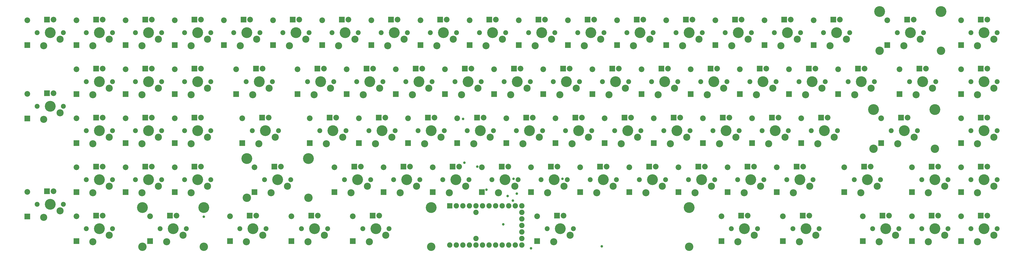
<source format=gbr>
G04 EAGLE Gerber RS-274X export*
G04 #@! %TF.Part,Single*
G04 #@! %TF.FileFunction,Soldermask,Top,1*
G04 #@! %TF.FilePolarity,Positive*
G04 #@! %TF.GenerationSoftware,Autodesk,EAGLE,9.5.1*
G04 #@! %TF.CreationDate,2019-11-07T18:59:26Z*
G75*
%MOMM*%
%FSLAX34Y34*%
%LPD*%
%INSoldermask Top*%
%IPPOS*%
%AMOC8*
5,1,8,0,0,1.08239X$1,22.5*%
G01*
%ADD10C,4.203200*%
%ADD11C,1.903200*%
%ADD12C,2.743200*%
%ADD13C,2.203200*%
%ADD14R,2.203200X2.203200*%
%ADD15C,3.253200*%
%ADD16R,2.082800X2.082800*%
%ADD17C,2.082800*%
%ADD18C,0.990600*%


D10*
X2674200Y1032800D03*
D11*
X2725000Y1032800D03*
X2623400Y1032800D03*
D12*
X2712300Y1007400D03*
X2648800Y982000D03*
D13*
X2686900Y1083600D03*
D14*
X2661500Y1083600D03*
D10*
X959700Y1032800D03*
D11*
X1010500Y1032800D03*
X908900Y1032800D03*
D12*
X997800Y1007400D03*
X934300Y982000D03*
D13*
X972400Y1083600D03*
D14*
X947000Y1083600D03*
D10*
X1150200Y1032800D03*
D11*
X1201000Y1032800D03*
X1099400Y1032800D03*
D12*
X1188300Y1007400D03*
X1124800Y982000D03*
D13*
X1162900Y1083600D03*
D14*
X1137500Y1083600D03*
D10*
X1340700Y1032800D03*
D11*
X1391500Y1032800D03*
X1289900Y1032800D03*
D12*
X1378800Y1007400D03*
X1315300Y982000D03*
D13*
X1353400Y1083600D03*
D14*
X1328000Y1083600D03*
D10*
X1531200Y1032800D03*
D11*
X1582000Y1032800D03*
X1480400Y1032800D03*
D12*
X1569300Y1007400D03*
X1505800Y982000D03*
D13*
X1543900Y1083600D03*
D14*
X1518500Y1083600D03*
D10*
X1721700Y1032800D03*
D11*
X1772500Y1032800D03*
X1670900Y1032800D03*
D12*
X1759800Y1007400D03*
X1696300Y982000D03*
D13*
X1734400Y1083600D03*
D14*
X1709000Y1083600D03*
D10*
X1912200Y1032800D03*
D11*
X1963000Y1032800D03*
X1861400Y1032800D03*
D12*
X1950300Y1007400D03*
X1886800Y982000D03*
D13*
X1924900Y1083600D03*
D14*
X1899500Y1083600D03*
D10*
X2102700Y1032800D03*
D11*
X2153500Y1032800D03*
X2051900Y1032800D03*
D12*
X2140800Y1007400D03*
X2077300Y982000D03*
D13*
X2115400Y1083600D03*
D14*
X2090000Y1083600D03*
D10*
X2293200Y1032800D03*
D11*
X2344000Y1032800D03*
X2242400Y1032800D03*
D12*
X2331300Y1007400D03*
X2267800Y982000D03*
D13*
X2305900Y1083600D03*
D14*
X2280500Y1083600D03*
D10*
X2483700Y1032800D03*
D11*
X2534500Y1032800D03*
X2432900Y1032800D03*
D12*
X2521800Y1007400D03*
X2458300Y982000D03*
D13*
X2496400Y1083600D03*
D14*
X2471000Y1083600D03*
D10*
X1102600Y651800D03*
D11*
X1153400Y651800D03*
X1051800Y651800D03*
D12*
X1140700Y626400D03*
X1077200Y601000D03*
D13*
X1115300Y702600D03*
D14*
X1089900Y702600D03*
D10*
X1269300Y270800D03*
D11*
X1320100Y270800D03*
X1218500Y270800D03*
D12*
X1307400Y245400D03*
X1243900Y220000D03*
D13*
X1282000Y321600D03*
D14*
X1256600Y321600D03*
D10*
X1959800Y461300D03*
D11*
X2010600Y461300D03*
X1909000Y461300D03*
D12*
X1997900Y435900D03*
X1934400Y410500D03*
D13*
X1972500Y512100D03*
D14*
X1947100Y512100D03*
D10*
X3388600Y842300D03*
D11*
X3439400Y842300D03*
X3337800Y842300D03*
D12*
X3426700Y816900D03*
X3363200Y791500D03*
D13*
X3401300Y893100D03*
D14*
X3375900Y893100D03*
D10*
X3341000Y1032800D03*
D11*
X3391800Y1032800D03*
X3290200Y1032800D03*
D15*
X3460000Y962800D03*
X3222000Y962800D03*
D10*
X3460000Y1115200D03*
X3222000Y1115200D03*
D12*
X3379100Y1007400D03*
X3315600Y982000D03*
D13*
X3353700Y1083600D03*
D14*
X3328300Y1083600D03*
D10*
X1578800Y461300D03*
D11*
X1629600Y461300D03*
X1528000Y461300D03*
D12*
X1616900Y435900D03*
X1553400Y410500D03*
D13*
X1591500Y512100D03*
D14*
X1566100Y512100D03*
D10*
X840600Y651800D03*
D11*
X891400Y651800D03*
X789800Y651800D03*
D12*
X878700Y626400D03*
X815200Y601000D03*
D13*
X853300Y702600D03*
D14*
X827900Y702600D03*
D10*
X2531300Y461300D03*
D11*
X2582100Y461300D03*
X2480500Y461300D03*
D12*
X2569400Y435900D03*
X2505900Y410500D03*
D13*
X2544000Y512100D03*
D14*
X2518600Y512100D03*
D10*
X793000Y270800D03*
D11*
X843800Y270800D03*
X742200Y270800D03*
D12*
X831100Y245400D03*
X767600Y220000D03*
D13*
X805700Y321600D03*
D14*
X780300Y321600D03*
D10*
X2936100Y270800D03*
D11*
X2986900Y270800D03*
X2885300Y270800D03*
D12*
X2974200Y245400D03*
X2910700Y220000D03*
D13*
X2948800Y321600D03*
D14*
X2923400Y321600D03*
D10*
X1483600Y651800D03*
D11*
X1534400Y651800D03*
X1432800Y651800D03*
D12*
X1521700Y626400D03*
X1458200Y601000D03*
D13*
X1496300Y702600D03*
D14*
X1470900Y702600D03*
X2584700Y984600D03*
D13*
X2584700Y1081000D03*
D14*
X870200Y984600D03*
D13*
X870200Y1081000D03*
D14*
X1060700Y984600D03*
D13*
X1060700Y1081000D03*
D14*
X1251200Y984600D03*
D13*
X1251200Y1081000D03*
D14*
X1441700Y984600D03*
D13*
X1441700Y1081000D03*
D14*
X1632200Y984600D03*
D13*
X1632200Y1081000D03*
D14*
X1822700Y984600D03*
D13*
X1822700Y1081000D03*
D14*
X2013200Y984600D03*
D13*
X2013200Y1081000D03*
D14*
X2203700Y984600D03*
D13*
X2203700Y1081000D03*
D14*
X2394200Y984600D03*
D13*
X2394200Y1081000D03*
D14*
X1013100Y603600D03*
D13*
X1013100Y700000D03*
D14*
X1179800Y222600D03*
D13*
X1179800Y319000D03*
D10*
X2864700Y1032800D03*
D11*
X2915500Y1032800D03*
X2813900Y1032800D03*
D12*
X2902800Y1007400D03*
X2839300Y982000D03*
D13*
X2877400Y1083600D03*
D14*
X2852000Y1083600D03*
X1870300Y413100D03*
D13*
X1870300Y509500D03*
D14*
X3299100Y794100D03*
D13*
X3299100Y890500D03*
D14*
X3251500Y984600D03*
D13*
X3251500Y1081000D03*
D14*
X1489300Y413100D03*
D13*
X1489300Y509500D03*
D14*
X751100Y603600D03*
D13*
X751100Y700000D03*
D14*
X2441800Y413100D03*
D13*
X2441800Y509500D03*
D14*
X703500Y222600D03*
D13*
X703500Y319000D03*
D14*
X2846600Y222600D03*
D13*
X2846600Y319000D03*
D14*
X1394100Y603600D03*
D13*
X1394100Y700000D03*
D14*
X2775200Y984600D03*
D13*
X2775200Y1081000D03*
D14*
X3346700Y222600D03*
D13*
X3346700Y319000D03*
D14*
X1346500Y794100D03*
D13*
X1346500Y890500D03*
D14*
X3227600Y603600D03*
D13*
X3227600Y700000D03*
D14*
X-82300Y317800D03*
D13*
X-82300Y414200D03*
D14*
X2965700Y984600D03*
D13*
X2965700Y1081000D03*
D14*
X-82300Y698800D03*
D13*
X-82300Y795200D03*
D14*
X679700Y984600D03*
D13*
X679700Y1081000D03*
D14*
X1584600Y603600D03*
D13*
X1584600Y700000D03*
D14*
X3537200Y984600D03*
D13*
X3537200Y1081000D03*
D14*
X3537200Y794100D03*
D13*
X3537200Y890500D03*
D14*
X3537200Y603600D03*
D13*
X3537200Y700000D03*
D14*
X3537200Y413100D03*
D13*
X3537200Y509500D03*
D14*
X2608500Y222600D03*
D13*
X2608500Y319000D03*
D14*
X1775100Y603600D03*
D13*
X1775100Y700000D03*
D14*
X1965600Y603600D03*
D13*
X1965600Y700000D03*
D14*
X2299000Y794100D03*
D13*
X2299000Y890500D03*
D14*
X2156100Y603600D03*
D13*
X2156100Y700000D03*
D14*
X2346600Y603600D03*
D13*
X2346600Y700000D03*
D14*
X394000Y222600D03*
D13*
X394000Y319000D03*
D14*
X108200Y413100D03*
D13*
X108200Y509500D03*
D14*
X298700Y413100D03*
D13*
X298700Y509500D03*
D14*
X489200Y413100D03*
D13*
X489200Y509500D03*
D14*
X108200Y603600D03*
D13*
X108200Y700000D03*
D14*
X298700Y603600D03*
D13*
X298700Y700000D03*
D14*
X489200Y603600D03*
D13*
X489200Y700000D03*
D14*
X108200Y794100D03*
D13*
X108200Y890500D03*
D14*
X298700Y794100D03*
D13*
X298700Y890500D03*
D14*
X489200Y794100D03*
D13*
X489200Y890500D03*
D14*
X298700Y984600D03*
D13*
X298700Y1081000D03*
D14*
X-82300Y984600D03*
D13*
X-82300Y1081000D03*
D14*
X108200Y222600D03*
D13*
X108200Y319000D03*
D14*
X108200Y984600D03*
D13*
X108200Y1081000D03*
D14*
X2537100Y603600D03*
D13*
X2537100Y700000D03*
D14*
X2870500Y794100D03*
D13*
X2870500Y890500D03*
D14*
X3156200Y222600D03*
D13*
X3156200Y319000D03*
D14*
X2251300Y413100D03*
D13*
X2251300Y509500D03*
D14*
X2060800Y413100D03*
D13*
X2060800Y509500D03*
D14*
X489200Y984600D03*
D13*
X489200Y1081000D03*
D14*
X2489500Y794100D03*
D13*
X2489500Y890500D03*
D10*
X3436200Y270800D03*
D11*
X3487000Y270800D03*
X3385400Y270800D03*
D12*
X3474300Y245400D03*
X3410800Y220000D03*
D13*
X3448900Y321600D03*
D14*
X3423500Y321600D03*
X2680000Y794100D03*
D13*
X2680000Y890500D03*
D14*
X2632300Y413100D03*
D13*
X2632300Y509500D03*
D14*
X965500Y794100D03*
D13*
X965500Y890500D03*
D14*
X2918100Y603600D03*
D13*
X2918100Y700000D03*
D14*
X1537000Y794100D03*
D13*
X1537000Y890500D03*
D14*
X3061000Y794100D03*
D13*
X3061000Y890500D03*
D14*
X3537200Y222600D03*
D13*
X3537200Y319000D03*
D14*
X1203600Y603600D03*
D13*
X1203600Y700000D03*
D14*
X2727600Y603600D03*
D13*
X2727600Y700000D03*
D14*
X798800Y413100D03*
D13*
X798800Y509500D03*
D14*
X3084800Y413100D03*
D13*
X3084800Y509500D03*
D14*
X2822800Y413100D03*
D13*
X2822800Y509500D03*
D14*
X1894100Y222600D03*
D13*
X1894100Y319000D03*
D14*
X1727500Y794100D03*
D13*
X1727500Y890500D03*
D14*
X727300Y794100D03*
D13*
X727300Y890500D03*
D14*
X2108500Y794100D03*
D13*
X2108500Y890500D03*
D14*
X3346700Y413100D03*
D13*
X3346700Y509500D03*
D14*
X1679800Y413100D03*
D13*
X1679800Y509500D03*
D14*
X1156000Y794100D03*
D13*
X1156000Y890500D03*
D14*
X941600Y222600D03*
D13*
X941600Y319000D03*
D14*
X1298800Y413100D03*
D13*
X1298800Y509500D03*
D14*
X1918000Y794100D03*
D13*
X1918000Y890500D03*
D14*
X1108300Y413100D03*
D13*
X1108300Y509500D03*
D10*
X1436000Y842300D03*
D11*
X1486800Y842300D03*
X1385200Y842300D03*
D12*
X1474100Y816900D03*
X1410600Y791500D03*
D13*
X1448700Y893100D03*
D14*
X1423300Y893100D03*
D10*
X3317100Y651800D03*
D11*
X3367900Y651800D03*
X3266300Y651800D03*
D15*
X3436100Y581800D03*
X3198100Y581800D03*
D10*
X3436100Y734200D03*
X3198100Y734200D03*
D12*
X3355200Y626400D03*
X3291700Y601000D03*
D13*
X3329800Y702600D03*
D14*
X3304400Y702600D03*
D10*
X7200Y366000D03*
D11*
X58000Y366000D03*
X-43600Y366000D03*
D12*
X45300Y340600D03*
X-18200Y315200D03*
D13*
X19900Y416800D03*
D14*
X-5500Y416800D03*
D10*
X3055200Y1032800D03*
D11*
X3106000Y1032800D03*
X3004400Y1032800D03*
D12*
X3093300Y1007400D03*
X3029800Y982000D03*
D13*
X3067900Y1083600D03*
D14*
X3042500Y1083600D03*
D10*
X7200Y747000D03*
D11*
X58000Y747000D03*
X-43600Y747000D03*
D12*
X45300Y721600D03*
X-18200Y696200D03*
D13*
X19900Y797800D03*
D14*
X-5500Y797800D03*
D10*
X769200Y1032800D03*
D11*
X820000Y1032800D03*
X718400Y1032800D03*
D12*
X807300Y1007400D03*
X743800Y982000D03*
D13*
X781900Y1083600D03*
D14*
X756500Y1083600D03*
D10*
X1674100Y651800D03*
D11*
X1724900Y651800D03*
X1623300Y651800D03*
D12*
X1712200Y626400D03*
X1648700Y601000D03*
D13*
X1686800Y702600D03*
D14*
X1661400Y702600D03*
D10*
X3626700Y1032800D03*
D11*
X3677500Y1032800D03*
X3575900Y1032800D03*
D12*
X3664800Y1007400D03*
X3601300Y982000D03*
D13*
X3639400Y1083600D03*
D14*
X3614000Y1083600D03*
D10*
X3626700Y842300D03*
D11*
X3677500Y842300D03*
X3575900Y842300D03*
D12*
X3664800Y816900D03*
X3601300Y791500D03*
D13*
X3639400Y893100D03*
D14*
X3614000Y893100D03*
D10*
X3626700Y651800D03*
D11*
X3677500Y651800D03*
X3575900Y651800D03*
D12*
X3664800Y626400D03*
X3601300Y601000D03*
D13*
X3639400Y702600D03*
D14*
X3614000Y702600D03*
D10*
X3626700Y461300D03*
D11*
X3677500Y461300D03*
X3575900Y461300D03*
D12*
X3664800Y435900D03*
X3601300Y410500D03*
D13*
X3639400Y512100D03*
D14*
X3614000Y512100D03*
D10*
X2698000Y270800D03*
D11*
X2748800Y270800D03*
X2647200Y270800D03*
D12*
X2736100Y245400D03*
X2672600Y220000D03*
D13*
X2710700Y321600D03*
D14*
X2685300Y321600D03*
D10*
X1864600Y651800D03*
D11*
X1915400Y651800D03*
X1813800Y651800D03*
D12*
X1902700Y626400D03*
X1839200Y601000D03*
D13*
X1877300Y702600D03*
D14*
X1851900Y702600D03*
D10*
X2055100Y651800D03*
D11*
X2105900Y651800D03*
X2004300Y651800D03*
D12*
X2093200Y626400D03*
X2029700Y601000D03*
D13*
X2067800Y702600D03*
D14*
X2042400Y702600D03*
D10*
X2388500Y842300D03*
D11*
X2439300Y842300D03*
X2337700Y842300D03*
D12*
X2426600Y816900D03*
X2363100Y791500D03*
D13*
X2401200Y893100D03*
D14*
X2375800Y893100D03*
D10*
X2245600Y651800D03*
D11*
X2296400Y651800D03*
X2194800Y651800D03*
D12*
X2283700Y626400D03*
X2220200Y601000D03*
D13*
X2258300Y702600D03*
D14*
X2232900Y702600D03*
D10*
X2436100Y651800D03*
D11*
X2486900Y651800D03*
X2385300Y651800D03*
D12*
X2474200Y626400D03*
X2410700Y601000D03*
D13*
X2448800Y702600D03*
D14*
X2423400Y702600D03*
D10*
X483500Y270800D03*
D11*
X534300Y270800D03*
X432700Y270800D03*
D15*
X602500Y200800D03*
X364500Y200800D03*
D10*
X602500Y353200D03*
X364500Y353200D03*
D12*
X521600Y245400D03*
X458100Y220000D03*
D13*
X496200Y321600D03*
D14*
X470800Y321600D03*
D10*
X197700Y461300D03*
D11*
X248500Y461300D03*
X146900Y461300D03*
D12*
X235800Y435900D03*
X172300Y410500D03*
D13*
X210400Y512100D03*
D14*
X185000Y512100D03*
D10*
X388200Y461300D03*
D11*
X439000Y461300D03*
X337400Y461300D03*
D12*
X426300Y435900D03*
X362800Y410500D03*
D13*
X400900Y512100D03*
D14*
X375500Y512100D03*
D10*
X578700Y461300D03*
D11*
X629500Y461300D03*
X527900Y461300D03*
D12*
X616800Y435900D03*
X553300Y410500D03*
D13*
X591400Y512100D03*
D14*
X566000Y512100D03*
D10*
X197700Y651800D03*
D11*
X248500Y651800D03*
X146900Y651800D03*
D12*
X235800Y626400D03*
X172300Y601000D03*
D13*
X210400Y702600D03*
D14*
X185000Y702600D03*
D10*
X388200Y651800D03*
D11*
X439000Y651800D03*
X337400Y651800D03*
D12*
X426300Y626400D03*
X362800Y601000D03*
D13*
X400900Y702600D03*
D14*
X375500Y702600D03*
D10*
X578700Y651800D03*
D11*
X629500Y651800D03*
X527900Y651800D03*
D12*
X616800Y626400D03*
X553300Y601000D03*
D13*
X591400Y702600D03*
D14*
X566000Y702600D03*
D10*
X197700Y842300D03*
D11*
X248500Y842300D03*
X146900Y842300D03*
D12*
X235800Y816900D03*
X172300Y791500D03*
D13*
X210400Y893100D03*
D14*
X185000Y893100D03*
D10*
X388200Y842300D03*
D11*
X439000Y842300D03*
X337400Y842300D03*
D12*
X426300Y816900D03*
X362800Y791500D03*
D13*
X400900Y893100D03*
D14*
X375500Y893100D03*
D10*
X578700Y842300D03*
D11*
X629500Y842300D03*
X527900Y842300D03*
D12*
X616800Y816900D03*
X553300Y791500D03*
D13*
X591400Y893100D03*
D14*
X566000Y893100D03*
D10*
X388200Y1032800D03*
D11*
X439000Y1032800D03*
X337400Y1032800D03*
D12*
X426300Y1007400D03*
X362800Y982000D03*
D13*
X400900Y1083600D03*
D14*
X375500Y1083600D03*
D10*
X7200Y1032800D03*
D11*
X58000Y1032800D03*
X-43600Y1032800D03*
D12*
X45300Y1007400D03*
X-18200Y982000D03*
D13*
X19900Y1083600D03*
D14*
X-5500Y1083600D03*
D10*
X197700Y270800D03*
D11*
X248500Y270800D03*
X146900Y270800D03*
D12*
X235800Y245400D03*
X172300Y220000D03*
D13*
X210400Y321600D03*
D14*
X185000Y321600D03*
D10*
X197700Y1032800D03*
D11*
X248500Y1032800D03*
X146900Y1032800D03*
D12*
X235800Y1007400D03*
X172300Y982000D03*
D13*
X210400Y1083600D03*
D14*
X185000Y1083600D03*
D10*
X2626600Y651800D03*
D11*
X2677400Y651800D03*
X2575800Y651800D03*
D12*
X2664700Y626400D03*
X2601200Y601000D03*
D13*
X2639300Y702600D03*
D14*
X2613900Y702600D03*
D10*
X2960000Y842300D03*
D11*
X3010800Y842300D03*
X2909200Y842300D03*
D12*
X2998100Y816900D03*
X2934600Y791500D03*
D13*
X2972700Y893100D03*
D14*
X2947300Y893100D03*
D10*
X3245700Y270800D03*
D11*
X3296500Y270800D03*
X3194900Y270800D03*
D12*
X3283800Y245400D03*
X3220300Y220000D03*
D13*
X3258400Y321600D03*
D14*
X3233000Y321600D03*
D10*
X2340800Y461300D03*
D11*
X2391600Y461300D03*
X2290000Y461300D03*
D12*
X2378900Y435900D03*
X2315400Y410500D03*
D13*
X2353500Y512100D03*
D14*
X2328100Y512100D03*
D10*
X2150300Y461300D03*
D11*
X2201100Y461300D03*
X2099500Y461300D03*
D12*
X2188400Y435900D03*
X2124900Y410500D03*
D13*
X2163000Y512100D03*
D14*
X2137600Y512100D03*
D10*
X578700Y1032800D03*
D11*
X629500Y1032800D03*
X527900Y1032800D03*
D12*
X616800Y1007400D03*
X553300Y982000D03*
D13*
X591400Y1083600D03*
D14*
X566000Y1083600D03*
D10*
X2579000Y842300D03*
D11*
X2629800Y842300D03*
X2528200Y842300D03*
D12*
X2617100Y816900D03*
X2553600Y791500D03*
D13*
X2591700Y893100D03*
D14*
X2566300Y893100D03*
D10*
X2769500Y842300D03*
D11*
X2820300Y842300D03*
X2718700Y842300D03*
D12*
X2807600Y816900D03*
X2744100Y791500D03*
D13*
X2782200Y893100D03*
D14*
X2756800Y893100D03*
D10*
X2721800Y461300D03*
D11*
X2772600Y461300D03*
X2671000Y461300D03*
D12*
X2759900Y435900D03*
X2696400Y410500D03*
D13*
X2734500Y512100D03*
D14*
X2709100Y512100D03*
D10*
X1055000Y842300D03*
D11*
X1105800Y842300D03*
X1004200Y842300D03*
D12*
X1093100Y816900D03*
X1029600Y791500D03*
D13*
X1067700Y893100D03*
D14*
X1042300Y893100D03*
D10*
X3007600Y651800D03*
D11*
X3058400Y651800D03*
X2956800Y651800D03*
D12*
X3045700Y626400D03*
X2982200Y601000D03*
D13*
X3020300Y702600D03*
D14*
X2994900Y702600D03*
D10*
X1626500Y842300D03*
D11*
X1677300Y842300D03*
X1575700Y842300D03*
D12*
X1664600Y816900D03*
X1601100Y791500D03*
D13*
X1639200Y893100D03*
D14*
X1613800Y893100D03*
D10*
X3150500Y842300D03*
D11*
X3201300Y842300D03*
X3099700Y842300D03*
D12*
X3188600Y816900D03*
X3125100Y791500D03*
D13*
X3163200Y893100D03*
D14*
X3137800Y893100D03*
D10*
X3626700Y270800D03*
D11*
X3677500Y270800D03*
X3575900Y270800D03*
D12*
X3664800Y245400D03*
X3601300Y220000D03*
D13*
X3639400Y321600D03*
D14*
X3614000Y321600D03*
D10*
X1293100Y651800D03*
D11*
X1343900Y651800D03*
X1242300Y651800D03*
D12*
X1331200Y626400D03*
X1267700Y601000D03*
D13*
X1305800Y702600D03*
D14*
X1280400Y702600D03*
D10*
X2817100Y651800D03*
D11*
X2867900Y651800D03*
X2766300Y651800D03*
D12*
X2855200Y626400D03*
X2791700Y601000D03*
D13*
X2829800Y702600D03*
D14*
X2804400Y702600D03*
D10*
X888300Y461300D03*
D11*
X939100Y461300D03*
X837500Y461300D03*
D15*
X1007300Y391300D03*
X769300Y391300D03*
D10*
X1007300Y543700D03*
X769300Y543700D03*
D12*
X926400Y435900D03*
X862900Y410500D03*
D13*
X901000Y512100D03*
D14*
X875600Y512100D03*
D10*
X3174300Y461300D03*
D11*
X3225100Y461300D03*
X3123500Y461300D03*
D12*
X3212400Y435900D03*
X3148900Y410500D03*
D13*
X3187000Y512100D03*
D14*
X3161600Y512100D03*
D10*
X2912300Y461300D03*
D11*
X2963100Y461300D03*
X2861500Y461300D03*
D12*
X2950400Y435900D03*
X2886900Y410500D03*
D13*
X2925000Y512100D03*
D14*
X2899600Y512100D03*
D10*
X1983600Y270800D03*
D11*
X2034400Y270800D03*
X1932800Y270800D03*
D15*
X2483600Y200800D03*
X1483600Y200800D03*
D10*
X2483600Y353200D03*
X1483600Y353200D03*
D12*
X2021700Y245400D03*
X1958200Y220000D03*
D13*
X1996300Y321600D03*
D14*
X1970900Y321600D03*
D10*
X1817000Y842300D03*
D11*
X1867800Y842300D03*
X1766200Y842300D03*
D12*
X1855100Y816900D03*
X1791600Y791500D03*
D13*
X1829700Y893100D03*
D14*
X1804300Y893100D03*
D10*
X816800Y842300D03*
D11*
X867600Y842300D03*
X766000Y842300D03*
D12*
X854900Y816900D03*
X791400Y791500D03*
D13*
X829500Y893100D03*
D14*
X804100Y893100D03*
D10*
X2198000Y842300D03*
D11*
X2248800Y842300D03*
X2147200Y842300D03*
D12*
X2236100Y816900D03*
X2172600Y791500D03*
D13*
X2210700Y893100D03*
D14*
X2185300Y893100D03*
D10*
X3436200Y461300D03*
D11*
X3487000Y461300D03*
X3385400Y461300D03*
D12*
X3474300Y435900D03*
X3410800Y410500D03*
D13*
X3448900Y512100D03*
D14*
X3423500Y512100D03*
D10*
X1769300Y461300D03*
D11*
X1820100Y461300D03*
X1718500Y461300D03*
D12*
X1807400Y435900D03*
X1743900Y410500D03*
D13*
X1782000Y512100D03*
D14*
X1756600Y512100D03*
D10*
X1245500Y842300D03*
D11*
X1296300Y842300D03*
X1194700Y842300D03*
D12*
X1283600Y816900D03*
X1220100Y791500D03*
D13*
X1258200Y893100D03*
D14*
X1232800Y893100D03*
D10*
X1031100Y270800D03*
D11*
X1081900Y270800D03*
X980300Y270800D03*
D12*
X1069200Y245400D03*
X1005700Y220000D03*
D13*
X1043800Y321600D03*
D14*
X1018400Y321600D03*
D10*
X1388300Y461300D03*
D11*
X1439100Y461300D03*
X1337500Y461300D03*
D12*
X1426400Y435900D03*
X1362900Y410500D03*
D13*
X1401000Y512100D03*
D14*
X1375600Y512100D03*
D10*
X2007500Y842300D03*
D11*
X2058300Y842300D03*
X1956700Y842300D03*
D12*
X2045600Y816900D03*
X1982100Y791500D03*
D13*
X2020200Y893100D03*
D14*
X1994800Y893100D03*
D10*
X1197800Y461300D03*
D11*
X1248600Y461300D03*
X1147000Y461300D03*
D12*
X1235900Y435900D03*
X1172400Y410500D03*
D13*
X1210500Y512100D03*
D14*
X1185100Y512100D03*
D16*
X1555500Y359400D03*
D17*
X1682500Y359400D03*
X1758700Y359400D03*
X1784100Y359400D03*
X1707900Y359400D03*
X1733300Y359400D03*
X1834900Y232400D03*
X1834900Y334000D03*
X1834900Y207000D03*
X1809500Y207000D03*
X1809500Y359400D03*
X1834900Y359400D03*
X1707900Y207000D03*
X1682500Y207000D03*
X1657100Y207000D03*
X1631700Y207000D03*
X1606300Y207000D03*
X1580900Y207000D03*
X1657100Y232400D03*
X1834900Y283200D03*
X1657100Y334000D03*
X1580900Y359400D03*
X1606300Y359400D03*
X1631700Y359400D03*
X1657100Y359400D03*
X1784100Y207000D03*
X1758700Y207000D03*
X1733300Y207000D03*
X1555500Y207000D03*
X1834900Y308600D03*
X1834900Y257800D03*
D18*
X1800000Y380000D03*
X1802500Y465000D03*
X1780000Y397500D03*
X1815000Y407500D03*
X602500Y317500D03*
X1762500Y287500D03*
X1992500Y465000D03*
X1870000Y195000D03*
X2145000Y202500D03*
X1697500Y422500D03*
X1662500Y512500D03*
X1607500Y697500D03*
X1612500Y527500D03*
M02*

</source>
